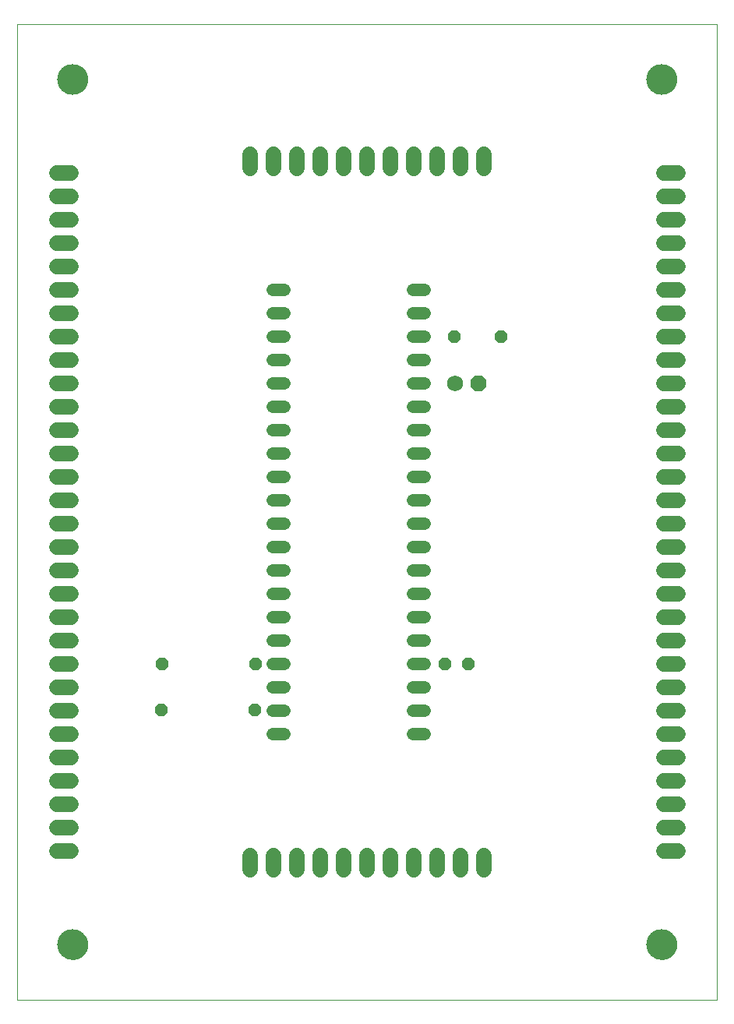
<source format=gbs>
G75*
%MOIN*%
%OFA0B0*%
%FSLAX25Y25*%
%IPPOS*%
%LPD*%
%AMOC8*
5,1,8,0,0,1.08239X$1,22.5*
%
%ADD10C,0.00000*%
%ADD11C,0.05300*%
%ADD12OC8,0.05300*%
%ADD13OC8,0.06800*%
%ADD14C,0.06800*%
%ADD15C,0.06500*%
%ADD16C,0.13098*%
D10*
X0032796Y0017048D02*
X0032796Y0434371D01*
X0332009Y0434371D01*
X0332009Y0017048D01*
X0032796Y0017048D01*
X0050119Y0040670D02*
X0050121Y0040828D01*
X0050127Y0040986D01*
X0050137Y0041144D01*
X0050151Y0041302D01*
X0050169Y0041459D01*
X0050190Y0041616D01*
X0050216Y0041772D01*
X0050246Y0041928D01*
X0050279Y0042083D01*
X0050317Y0042236D01*
X0050358Y0042389D01*
X0050403Y0042541D01*
X0050452Y0042692D01*
X0050505Y0042841D01*
X0050561Y0042989D01*
X0050621Y0043135D01*
X0050685Y0043280D01*
X0050753Y0043423D01*
X0050824Y0043565D01*
X0050898Y0043705D01*
X0050976Y0043842D01*
X0051058Y0043978D01*
X0051142Y0044112D01*
X0051231Y0044243D01*
X0051322Y0044372D01*
X0051417Y0044499D01*
X0051514Y0044624D01*
X0051615Y0044746D01*
X0051719Y0044865D01*
X0051826Y0044982D01*
X0051936Y0045096D01*
X0052049Y0045207D01*
X0052164Y0045316D01*
X0052282Y0045421D01*
X0052403Y0045523D01*
X0052526Y0045623D01*
X0052652Y0045719D01*
X0052780Y0045812D01*
X0052910Y0045902D01*
X0053043Y0045988D01*
X0053178Y0046072D01*
X0053314Y0046151D01*
X0053453Y0046228D01*
X0053594Y0046300D01*
X0053736Y0046370D01*
X0053880Y0046435D01*
X0054026Y0046497D01*
X0054173Y0046555D01*
X0054322Y0046610D01*
X0054472Y0046661D01*
X0054623Y0046708D01*
X0054775Y0046751D01*
X0054928Y0046790D01*
X0055083Y0046826D01*
X0055238Y0046857D01*
X0055394Y0046885D01*
X0055550Y0046909D01*
X0055707Y0046929D01*
X0055865Y0046945D01*
X0056022Y0046957D01*
X0056181Y0046965D01*
X0056339Y0046969D01*
X0056497Y0046969D01*
X0056655Y0046965D01*
X0056814Y0046957D01*
X0056971Y0046945D01*
X0057129Y0046929D01*
X0057286Y0046909D01*
X0057442Y0046885D01*
X0057598Y0046857D01*
X0057753Y0046826D01*
X0057908Y0046790D01*
X0058061Y0046751D01*
X0058213Y0046708D01*
X0058364Y0046661D01*
X0058514Y0046610D01*
X0058663Y0046555D01*
X0058810Y0046497D01*
X0058956Y0046435D01*
X0059100Y0046370D01*
X0059242Y0046300D01*
X0059383Y0046228D01*
X0059522Y0046151D01*
X0059658Y0046072D01*
X0059793Y0045988D01*
X0059926Y0045902D01*
X0060056Y0045812D01*
X0060184Y0045719D01*
X0060310Y0045623D01*
X0060433Y0045523D01*
X0060554Y0045421D01*
X0060672Y0045316D01*
X0060787Y0045207D01*
X0060900Y0045096D01*
X0061010Y0044982D01*
X0061117Y0044865D01*
X0061221Y0044746D01*
X0061322Y0044624D01*
X0061419Y0044499D01*
X0061514Y0044372D01*
X0061605Y0044243D01*
X0061694Y0044112D01*
X0061778Y0043978D01*
X0061860Y0043842D01*
X0061938Y0043705D01*
X0062012Y0043565D01*
X0062083Y0043423D01*
X0062151Y0043280D01*
X0062215Y0043135D01*
X0062275Y0042989D01*
X0062331Y0042841D01*
X0062384Y0042692D01*
X0062433Y0042541D01*
X0062478Y0042389D01*
X0062519Y0042236D01*
X0062557Y0042083D01*
X0062590Y0041928D01*
X0062620Y0041772D01*
X0062646Y0041616D01*
X0062667Y0041459D01*
X0062685Y0041302D01*
X0062699Y0041144D01*
X0062709Y0040986D01*
X0062715Y0040828D01*
X0062717Y0040670D01*
X0062715Y0040512D01*
X0062709Y0040354D01*
X0062699Y0040196D01*
X0062685Y0040038D01*
X0062667Y0039881D01*
X0062646Y0039724D01*
X0062620Y0039568D01*
X0062590Y0039412D01*
X0062557Y0039257D01*
X0062519Y0039104D01*
X0062478Y0038951D01*
X0062433Y0038799D01*
X0062384Y0038648D01*
X0062331Y0038499D01*
X0062275Y0038351D01*
X0062215Y0038205D01*
X0062151Y0038060D01*
X0062083Y0037917D01*
X0062012Y0037775D01*
X0061938Y0037635D01*
X0061860Y0037498D01*
X0061778Y0037362D01*
X0061694Y0037228D01*
X0061605Y0037097D01*
X0061514Y0036968D01*
X0061419Y0036841D01*
X0061322Y0036716D01*
X0061221Y0036594D01*
X0061117Y0036475D01*
X0061010Y0036358D01*
X0060900Y0036244D01*
X0060787Y0036133D01*
X0060672Y0036024D01*
X0060554Y0035919D01*
X0060433Y0035817D01*
X0060310Y0035717D01*
X0060184Y0035621D01*
X0060056Y0035528D01*
X0059926Y0035438D01*
X0059793Y0035352D01*
X0059658Y0035268D01*
X0059522Y0035189D01*
X0059383Y0035112D01*
X0059242Y0035040D01*
X0059100Y0034970D01*
X0058956Y0034905D01*
X0058810Y0034843D01*
X0058663Y0034785D01*
X0058514Y0034730D01*
X0058364Y0034679D01*
X0058213Y0034632D01*
X0058061Y0034589D01*
X0057908Y0034550D01*
X0057753Y0034514D01*
X0057598Y0034483D01*
X0057442Y0034455D01*
X0057286Y0034431D01*
X0057129Y0034411D01*
X0056971Y0034395D01*
X0056814Y0034383D01*
X0056655Y0034375D01*
X0056497Y0034371D01*
X0056339Y0034371D01*
X0056181Y0034375D01*
X0056022Y0034383D01*
X0055865Y0034395D01*
X0055707Y0034411D01*
X0055550Y0034431D01*
X0055394Y0034455D01*
X0055238Y0034483D01*
X0055083Y0034514D01*
X0054928Y0034550D01*
X0054775Y0034589D01*
X0054623Y0034632D01*
X0054472Y0034679D01*
X0054322Y0034730D01*
X0054173Y0034785D01*
X0054026Y0034843D01*
X0053880Y0034905D01*
X0053736Y0034970D01*
X0053594Y0035040D01*
X0053453Y0035112D01*
X0053314Y0035189D01*
X0053178Y0035268D01*
X0053043Y0035352D01*
X0052910Y0035438D01*
X0052780Y0035528D01*
X0052652Y0035621D01*
X0052526Y0035717D01*
X0052403Y0035817D01*
X0052282Y0035919D01*
X0052164Y0036024D01*
X0052049Y0036133D01*
X0051936Y0036244D01*
X0051826Y0036358D01*
X0051719Y0036475D01*
X0051615Y0036594D01*
X0051514Y0036716D01*
X0051417Y0036841D01*
X0051322Y0036968D01*
X0051231Y0037097D01*
X0051142Y0037228D01*
X0051058Y0037362D01*
X0050976Y0037498D01*
X0050898Y0037635D01*
X0050824Y0037775D01*
X0050753Y0037917D01*
X0050685Y0038060D01*
X0050621Y0038205D01*
X0050561Y0038351D01*
X0050505Y0038499D01*
X0050452Y0038648D01*
X0050403Y0038799D01*
X0050358Y0038951D01*
X0050317Y0039104D01*
X0050279Y0039257D01*
X0050246Y0039412D01*
X0050216Y0039568D01*
X0050190Y0039724D01*
X0050169Y0039881D01*
X0050151Y0040038D01*
X0050137Y0040196D01*
X0050127Y0040354D01*
X0050121Y0040512D01*
X0050119Y0040670D01*
X0302088Y0040670D02*
X0302090Y0040828D01*
X0302096Y0040986D01*
X0302106Y0041144D01*
X0302120Y0041302D01*
X0302138Y0041459D01*
X0302159Y0041616D01*
X0302185Y0041772D01*
X0302215Y0041928D01*
X0302248Y0042083D01*
X0302286Y0042236D01*
X0302327Y0042389D01*
X0302372Y0042541D01*
X0302421Y0042692D01*
X0302474Y0042841D01*
X0302530Y0042989D01*
X0302590Y0043135D01*
X0302654Y0043280D01*
X0302722Y0043423D01*
X0302793Y0043565D01*
X0302867Y0043705D01*
X0302945Y0043842D01*
X0303027Y0043978D01*
X0303111Y0044112D01*
X0303200Y0044243D01*
X0303291Y0044372D01*
X0303386Y0044499D01*
X0303483Y0044624D01*
X0303584Y0044746D01*
X0303688Y0044865D01*
X0303795Y0044982D01*
X0303905Y0045096D01*
X0304018Y0045207D01*
X0304133Y0045316D01*
X0304251Y0045421D01*
X0304372Y0045523D01*
X0304495Y0045623D01*
X0304621Y0045719D01*
X0304749Y0045812D01*
X0304879Y0045902D01*
X0305012Y0045988D01*
X0305147Y0046072D01*
X0305283Y0046151D01*
X0305422Y0046228D01*
X0305563Y0046300D01*
X0305705Y0046370D01*
X0305849Y0046435D01*
X0305995Y0046497D01*
X0306142Y0046555D01*
X0306291Y0046610D01*
X0306441Y0046661D01*
X0306592Y0046708D01*
X0306744Y0046751D01*
X0306897Y0046790D01*
X0307052Y0046826D01*
X0307207Y0046857D01*
X0307363Y0046885D01*
X0307519Y0046909D01*
X0307676Y0046929D01*
X0307834Y0046945D01*
X0307991Y0046957D01*
X0308150Y0046965D01*
X0308308Y0046969D01*
X0308466Y0046969D01*
X0308624Y0046965D01*
X0308783Y0046957D01*
X0308940Y0046945D01*
X0309098Y0046929D01*
X0309255Y0046909D01*
X0309411Y0046885D01*
X0309567Y0046857D01*
X0309722Y0046826D01*
X0309877Y0046790D01*
X0310030Y0046751D01*
X0310182Y0046708D01*
X0310333Y0046661D01*
X0310483Y0046610D01*
X0310632Y0046555D01*
X0310779Y0046497D01*
X0310925Y0046435D01*
X0311069Y0046370D01*
X0311211Y0046300D01*
X0311352Y0046228D01*
X0311491Y0046151D01*
X0311627Y0046072D01*
X0311762Y0045988D01*
X0311895Y0045902D01*
X0312025Y0045812D01*
X0312153Y0045719D01*
X0312279Y0045623D01*
X0312402Y0045523D01*
X0312523Y0045421D01*
X0312641Y0045316D01*
X0312756Y0045207D01*
X0312869Y0045096D01*
X0312979Y0044982D01*
X0313086Y0044865D01*
X0313190Y0044746D01*
X0313291Y0044624D01*
X0313388Y0044499D01*
X0313483Y0044372D01*
X0313574Y0044243D01*
X0313663Y0044112D01*
X0313747Y0043978D01*
X0313829Y0043842D01*
X0313907Y0043705D01*
X0313981Y0043565D01*
X0314052Y0043423D01*
X0314120Y0043280D01*
X0314184Y0043135D01*
X0314244Y0042989D01*
X0314300Y0042841D01*
X0314353Y0042692D01*
X0314402Y0042541D01*
X0314447Y0042389D01*
X0314488Y0042236D01*
X0314526Y0042083D01*
X0314559Y0041928D01*
X0314589Y0041772D01*
X0314615Y0041616D01*
X0314636Y0041459D01*
X0314654Y0041302D01*
X0314668Y0041144D01*
X0314678Y0040986D01*
X0314684Y0040828D01*
X0314686Y0040670D01*
X0314684Y0040512D01*
X0314678Y0040354D01*
X0314668Y0040196D01*
X0314654Y0040038D01*
X0314636Y0039881D01*
X0314615Y0039724D01*
X0314589Y0039568D01*
X0314559Y0039412D01*
X0314526Y0039257D01*
X0314488Y0039104D01*
X0314447Y0038951D01*
X0314402Y0038799D01*
X0314353Y0038648D01*
X0314300Y0038499D01*
X0314244Y0038351D01*
X0314184Y0038205D01*
X0314120Y0038060D01*
X0314052Y0037917D01*
X0313981Y0037775D01*
X0313907Y0037635D01*
X0313829Y0037498D01*
X0313747Y0037362D01*
X0313663Y0037228D01*
X0313574Y0037097D01*
X0313483Y0036968D01*
X0313388Y0036841D01*
X0313291Y0036716D01*
X0313190Y0036594D01*
X0313086Y0036475D01*
X0312979Y0036358D01*
X0312869Y0036244D01*
X0312756Y0036133D01*
X0312641Y0036024D01*
X0312523Y0035919D01*
X0312402Y0035817D01*
X0312279Y0035717D01*
X0312153Y0035621D01*
X0312025Y0035528D01*
X0311895Y0035438D01*
X0311762Y0035352D01*
X0311627Y0035268D01*
X0311491Y0035189D01*
X0311352Y0035112D01*
X0311211Y0035040D01*
X0311069Y0034970D01*
X0310925Y0034905D01*
X0310779Y0034843D01*
X0310632Y0034785D01*
X0310483Y0034730D01*
X0310333Y0034679D01*
X0310182Y0034632D01*
X0310030Y0034589D01*
X0309877Y0034550D01*
X0309722Y0034514D01*
X0309567Y0034483D01*
X0309411Y0034455D01*
X0309255Y0034431D01*
X0309098Y0034411D01*
X0308940Y0034395D01*
X0308783Y0034383D01*
X0308624Y0034375D01*
X0308466Y0034371D01*
X0308308Y0034371D01*
X0308150Y0034375D01*
X0307991Y0034383D01*
X0307834Y0034395D01*
X0307676Y0034411D01*
X0307519Y0034431D01*
X0307363Y0034455D01*
X0307207Y0034483D01*
X0307052Y0034514D01*
X0306897Y0034550D01*
X0306744Y0034589D01*
X0306592Y0034632D01*
X0306441Y0034679D01*
X0306291Y0034730D01*
X0306142Y0034785D01*
X0305995Y0034843D01*
X0305849Y0034905D01*
X0305705Y0034970D01*
X0305563Y0035040D01*
X0305422Y0035112D01*
X0305283Y0035189D01*
X0305147Y0035268D01*
X0305012Y0035352D01*
X0304879Y0035438D01*
X0304749Y0035528D01*
X0304621Y0035621D01*
X0304495Y0035717D01*
X0304372Y0035817D01*
X0304251Y0035919D01*
X0304133Y0036024D01*
X0304018Y0036133D01*
X0303905Y0036244D01*
X0303795Y0036358D01*
X0303688Y0036475D01*
X0303584Y0036594D01*
X0303483Y0036716D01*
X0303386Y0036841D01*
X0303291Y0036968D01*
X0303200Y0037097D01*
X0303111Y0037228D01*
X0303027Y0037362D01*
X0302945Y0037498D01*
X0302867Y0037635D01*
X0302793Y0037775D01*
X0302722Y0037917D01*
X0302654Y0038060D01*
X0302590Y0038205D01*
X0302530Y0038351D01*
X0302474Y0038499D01*
X0302421Y0038648D01*
X0302372Y0038799D01*
X0302327Y0038951D01*
X0302286Y0039104D01*
X0302248Y0039257D01*
X0302215Y0039412D01*
X0302185Y0039568D01*
X0302159Y0039724D01*
X0302138Y0039881D01*
X0302120Y0040038D01*
X0302106Y0040196D01*
X0302096Y0040354D01*
X0302090Y0040512D01*
X0302088Y0040670D01*
X0302088Y0410749D02*
X0302090Y0410907D01*
X0302096Y0411065D01*
X0302106Y0411223D01*
X0302120Y0411381D01*
X0302138Y0411538D01*
X0302159Y0411695D01*
X0302185Y0411851D01*
X0302215Y0412007D01*
X0302248Y0412162D01*
X0302286Y0412315D01*
X0302327Y0412468D01*
X0302372Y0412620D01*
X0302421Y0412771D01*
X0302474Y0412920D01*
X0302530Y0413068D01*
X0302590Y0413214D01*
X0302654Y0413359D01*
X0302722Y0413502D01*
X0302793Y0413644D01*
X0302867Y0413784D01*
X0302945Y0413921D01*
X0303027Y0414057D01*
X0303111Y0414191D01*
X0303200Y0414322D01*
X0303291Y0414451D01*
X0303386Y0414578D01*
X0303483Y0414703D01*
X0303584Y0414825D01*
X0303688Y0414944D01*
X0303795Y0415061D01*
X0303905Y0415175D01*
X0304018Y0415286D01*
X0304133Y0415395D01*
X0304251Y0415500D01*
X0304372Y0415602D01*
X0304495Y0415702D01*
X0304621Y0415798D01*
X0304749Y0415891D01*
X0304879Y0415981D01*
X0305012Y0416067D01*
X0305147Y0416151D01*
X0305283Y0416230D01*
X0305422Y0416307D01*
X0305563Y0416379D01*
X0305705Y0416449D01*
X0305849Y0416514D01*
X0305995Y0416576D01*
X0306142Y0416634D01*
X0306291Y0416689D01*
X0306441Y0416740D01*
X0306592Y0416787D01*
X0306744Y0416830D01*
X0306897Y0416869D01*
X0307052Y0416905D01*
X0307207Y0416936D01*
X0307363Y0416964D01*
X0307519Y0416988D01*
X0307676Y0417008D01*
X0307834Y0417024D01*
X0307991Y0417036D01*
X0308150Y0417044D01*
X0308308Y0417048D01*
X0308466Y0417048D01*
X0308624Y0417044D01*
X0308783Y0417036D01*
X0308940Y0417024D01*
X0309098Y0417008D01*
X0309255Y0416988D01*
X0309411Y0416964D01*
X0309567Y0416936D01*
X0309722Y0416905D01*
X0309877Y0416869D01*
X0310030Y0416830D01*
X0310182Y0416787D01*
X0310333Y0416740D01*
X0310483Y0416689D01*
X0310632Y0416634D01*
X0310779Y0416576D01*
X0310925Y0416514D01*
X0311069Y0416449D01*
X0311211Y0416379D01*
X0311352Y0416307D01*
X0311491Y0416230D01*
X0311627Y0416151D01*
X0311762Y0416067D01*
X0311895Y0415981D01*
X0312025Y0415891D01*
X0312153Y0415798D01*
X0312279Y0415702D01*
X0312402Y0415602D01*
X0312523Y0415500D01*
X0312641Y0415395D01*
X0312756Y0415286D01*
X0312869Y0415175D01*
X0312979Y0415061D01*
X0313086Y0414944D01*
X0313190Y0414825D01*
X0313291Y0414703D01*
X0313388Y0414578D01*
X0313483Y0414451D01*
X0313574Y0414322D01*
X0313663Y0414191D01*
X0313747Y0414057D01*
X0313829Y0413921D01*
X0313907Y0413784D01*
X0313981Y0413644D01*
X0314052Y0413502D01*
X0314120Y0413359D01*
X0314184Y0413214D01*
X0314244Y0413068D01*
X0314300Y0412920D01*
X0314353Y0412771D01*
X0314402Y0412620D01*
X0314447Y0412468D01*
X0314488Y0412315D01*
X0314526Y0412162D01*
X0314559Y0412007D01*
X0314589Y0411851D01*
X0314615Y0411695D01*
X0314636Y0411538D01*
X0314654Y0411381D01*
X0314668Y0411223D01*
X0314678Y0411065D01*
X0314684Y0410907D01*
X0314686Y0410749D01*
X0314684Y0410591D01*
X0314678Y0410433D01*
X0314668Y0410275D01*
X0314654Y0410117D01*
X0314636Y0409960D01*
X0314615Y0409803D01*
X0314589Y0409647D01*
X0314559Y0409491D01*
X0314526Y0409336D01*
X0314488Y0409183D01*
X0314447Y0409030D01*
X0314402Y0408878D01*
X0314353Y0408727D01*
X0314300Y0408578D01*
X0314244Y0408430D01*
X0314184Y0408284D01*
X0314120Y0408139D01*
X0314052Y0407996D01*
X0313981Y0407854D01*
X0313907Y0407714D01*
X0313829Y0407577D01*
X0313747Y0407441D01*
X0313663Y0407307D01*
X0313574Y0407176D01*
X0313483Y0407047D01*
X0313388Y0406920D01*
X0313291Y0406795D01*
X0313190Y0406673D01*
X0313086Y0406554D01*
X0312979Y0406437D01*
X0312869Y0406323D01*
X0312756Y0406212D01*
X0312641Y0406103D01*
X0312523Y0405998D01*
X0312402Y0405896D01*
X0312279Y0405796D01*
X0312153Y0405700D01*
X0312025Y0405607D01*
X0311895Y0405517D01*
X0311762Y0405431D01*
X0311627Y0405347D01*
X0311491Y0405268D01*
X0311352Y0405191D01*
X0311211Y0405119D01*
X0311069Y0405049D01*
X0310925Y0404984D01*
X0310779Y0404922D01*
X0310632Y0404864D01*
X0310483Y0404809D01*
X0310333Y0404758D01*
X0310182Y0404711D01*
X0310030Y0404668D01*
X0309877Y0404629D01*
X0309722Y0404593D01*
X0309567Y0404562D01*
X0309411Y0404534D01*
X0309255Y0404510D01*
X0309098Y0404490D01*
X0308940Y0404474D01*
X0308783Y0404462D01*
X0308624Y0404454D01*
X0308466Y0404450D01*
X0308308Y0404450D01*
X0308150Y0404454D01*
X0307991Y0404462D01*
X0307834Y0404474D01*
X0307676Y0404490D01*
X0307519Y0404510D01*
X0307363Y0404534D01*
X0307207Y0404562D01*
X0307052Y0404593D01*
X0306897Y0404629D01*
X0306744Y0404668D01*
X0306592Y0404711D01*
X0306441Y0404758D01*
X0306291Y0404809D01*
X0306142Y0404864D01*
X0305995Y0404922D01*
X0305849Y0404984D01*
X0305705Y0405049D01*
X0305563Y0405119D01*
X0305422Y0405191D01*
X0305283Y0405268D01*
X0305147Y0405347D01*
X0305012Y0405431D01*
X0304879Y0405517D01*
X0304749Y0405607D01*
X0304621Y0405700D01*
X0304495Y0405796D01*
X0304372Y0405896D01*
X0304251Y0405998D01*
X0304133Y0406103D01*
X0304018Y0406212D01*
X0303905Y0406323D01*
X0303795Y0406437D01*
X0303688Y0406554D01*
X0303584Y0406673D01*
X0303483Y0406795D01*
X0303386Y0406920D01*
X0303291Y0407047D01*
X0303200Y0407176D01*
X0303111Y0407307D01*
X0303027Y0407441D01*
X0302945Y0407577D01*
X0302867Y0407714D01*
X0302793Y0407854D01*
X0302722Y0407996D01*
X0302654Y0408139D01*
X0302590Y0408284D01*
X0302530Y0408430D01*
X0302474Y0408578D01*
X0302421Y0408727D01*
X0302372Y0408878D01*
X0302327Y0409030D01*
X0302286Y0409183D01*
X0302248Y0409336D01*
X0302215Y0409491D01*
X0302185Y0409647D01*
X0302159Y0409803D01*
X0302138Y0409960D01*
X0302120Y0410117D01*
X0302106Y0410275D01*
X0302096Y0410433D01*
X0302090Y0410591D01*
X0302088Y0410749D01*
X0050119Y0410749D02*
X0050121Y0410907D01*
X0050127Y0411065D01*
X0050137Y0411223D01*
X0050151Y0411381D01*
X0050169Y0411538D01*
X0050190Y0411695D01*
X0050216Y0411851D01*
X0050246Y0412007D01*
X0050279Y0412162D01*
X0050317Y0412315D01*
X0050358Y0412468D01*
X0050403Y0412620D01*
X0050452Y0412771D01*
X0050505Y0412920D01*
X0050561Y0413068D01*
X0050621Y0413214D01*
X0050685Y0413359D01*
X0050753Y0413502D01*
X0050824Y0413644D01*
X0050898Y0413784D01*
X0050976Y0413921D01*
X0051058Y0414057D01*
X0051142Y0414191D01*
X0051231Y0414322D01*
X0051322Y0414451D01*
X0051417Y0414578D01*
X0051514Y0414703D01*
X0051615Y0414825D01*
X0051719Y0414944D01*
X0051826Y0415061D01*
X0051936Y0415175D01*
X0052049Y0415286D01*
X0052164Y0415395D01*
X0052282Y0415500D01*
X0052403Y0415602D01*
X0052526Y0415702D01*
X0052652Y0415798D01*
X0052780Y0415891D01*
X0052910Y0415981D01*
X0053043Y0416067D01*
X0053178Y0416151D01*
X0053314Y0416230D01*
X0053453Y0416307D01*
X0053594Y0416379D01*
X0053736Y0416449D01*
X0053880Y0416514D01*
X0054026Y0416576D01*
X0054173Y0416634D01*
X0054322Y0416689D01*
X0054472Y0416740D01*
X0054623Y0416787D01*
X0054775Y0416830D01*
X0054928Y0416869D01*
X0055083Y0416905D01*
X0055238Y0416936D01*
X0055394Y0416964D01*
X0055550Y0416988D01*
X0055707Y0417008D01*
X0055865Y0417024D01*
X0056022Y0417036D01*
X0056181Y0417044D01*
X0056339Y0417048D01*
X0056497Y0417048D01*
X0056655Y0417044D01*
X0056814Y0417036D01*
X0056971Y0417024D01*
X0057129Y0417008D01*
X0057286Y0416988D01*
X0057442Y0416964D01*
X0057598Y0416936D01*
X0057753Y0416905D01*
X0057908Y0416869D01*
X0058061Y0416830D01*
X0058213Y0416787D01*
X0058364Y0416740D01*
X0058514Y0416689D01*
X0058663Y0416634D01*
X0058810Y0416576D01*
X0058956Y0416514D01*
X0059100Y0416449D01*
X0059242Y0416379D01*
X0059383Y0416307D01*
X0059522Y0416230D01*
X0059658Y0416151D01*
X0059793Y0416067D01*
X0059926Y0415981D01*
X0060056Y0415891D01*
X0060184Y0415798D01*
X0060310Y0415702D01*
X0060433Y0415602D01*
X0060554Y0415500D01*
X0060672Y0415395D01*
X0060787Y0415286D01*
X0060900Y0415175D01*
X0061010Y0415061D01*
X0061117Y0414944D01*
X0061221Y0414825D01*
X0061322Y0414703D01*
X0061419Y0414578D01*
X0061514Y0414451D01*
X0061605Y0414322D01*
X0061694Y0414191D01*
X0061778Y0414057D01*
X0061860Y0413921D01*
X0061938Y0413784D01*
X0062012Y0413644D01*
X0062083Y0413502D01*
X0062151Y0413359D01*
X0062215Y0413214D01*
X0062275Y0413068D01*
X0062331Y0412920D01*
X0062384Y0412771D01*
X0062433Y0412620D01*
X0062478Y0412468D01*
X0062519Y0412315D01*
X0062557Y0412162D01*
X0062590Y0412007D01*
X0062620Y0411851D01*
X0062646Y0411695D01*
X0062667Y0411538D01*
X0062685Y0411381D01*
X0062699Y0411223D01*
X0062709Y0411065D01*
X0062715Y0410907D01*
X0062717Y0410749D01*
X0062715Y0410591D01*
X0062709Y0410433D01*
X0062699Y0410275D01*
X0062685Y0410117D01*
X0062667Y0409960D01*
X0062646Y0409803D01*
X0062620Y0409647D01*
X0062590Y0409491D01*
X0062557Y0409336D01*
X0062519Y0409183D01*
X0062478Y0409030D01*
X0062433Y0408878D01*
X0062384Y0408727D01*
X0062331Y0408578D01*
X0062275Y0408430D01*
X0062215Y0408284D01*
X0062151Y0408139D01*
X0062083Y0407996D01*
X0062012Y0407854D01*
X0061938Y0407714D01*
X0061860Y0407577D01*
X0061778Y0407441D01*
X0061694Y0407307D01*
X0061605Y0407176D01*
X0061514Y0407047D01*
X0061419Y0406920D01*
X0061322Y0406795D01*
X0061221Y0406673D01*
X0061117Y0406554D01*
X0061010Y0406437D01*
X0060900Y0406323D01*
X0060787Y0406212D01*
X0060672Y0406103D01*
X0060554Y0405998D01*
X0060433Y0405896D01*
X0060310Y0405796D01*
X0060184Y0405700D01*
X0060056Y0405607D01*
X0059926Y0405517D01*
X0059793Y0405431D01*
X0059658Y0405347D01*
X0059522Y0405268D01*
X0059383Y0405191D01*
X0059242Y0405119D01*
X0059100Y0405049D01*
X0058956Y0404984D01*
X0058810Y0404922D01*
X0058663Y0404864D01*
X0058514Y0404809D01*
X0058364Y0404758D01*
X0058213Y0404711D01*
X0058061Y0404668D01*
X0057908Y0404629D01*
X0057753Y0404593D01*
X0057598Y0404562D01*
X0057442Y0404534D01*
X0057286Y0404510D01*
X0057129Y0404490D01*
X0056971Y0404474D01*
X0056814Y0404462D01*
X0056655Y0404454D01*
X0056497Y0404450D01*
X0056339Y0404450D01*
X0056181Y0404454D01*
X0056022Y0404462D01*
X0055865Y0404474D01*
X0055707Y0404490D01*
X0055550Y0404510D01*
X0055394Y0404534D01*
X0055238Y0404562D01*
X0055083Y0404593D01*
X0054928Y0404629D01*
X0054775Y0404668D01*
X0054623Y0404711D01*
X0054472Y0404758D01*
X0054322Y0404809D01*
X0054173Y0404864D01*
X0054026Y0404922D01*
X0053880Y0404984D01*
X0053736Y0405049D01*
X0053594Y0405119D01*
X0053453Y0405191D01*
X0053314Y0405268D01*
X0053178Y0405347D01*
X0053043Y0405431D01*
X0052910Y0405517D01*
X0052780Y0405607D01*
X0052652Y0405700D01*
X0052526Y0405796D01*
X0052403Y0405896D01*
X0052282Y0405998D01*
X0052164Y0406103D01*
X0052049Y0406212D01*
X0051936Y0406323D01*
X0051826Y0406437D01*
X0051719Y0406554D01*
X0051615Y0406673D01*
X0051514Y0406795D01*
X0051417Y0406920D01*
X0051322Y0407047D01*
X0051231Y0407176D01*
X0051142Y0407307D01*
X0051058Y0407441D01*
X0050976Y0407577D01*
X0050898Y0407714D01*
X0050824Y0407854D01*
X0050753Y0407996D01*
X0050685Y0408139D01*
X0050621Y0408284D01*
X0050561Y0408430D01*
X0050505Y0408578D01*
X0050452Y0408727D01*
X0050403Y0408878D01*
X0050358Y0409030D01*
X0050317Y0409183D01*
X0050279Y0409336D01*
X0050246Y0409491D01*
X0050216Y0409647D01*
X0050190Y0409803D01*
X0050169Y0409960D01*
X0050151Y0410117D01*
X0050137Y0410275D01*
X0050127Y0410433D01*
X0050121Y0410591D01*
X0050119Y0410749D01*
D11*
X0142128Y0320709D02*
X0146928Y0320709D01*
X0146928Y0310709D02*
X0142128Y0310709D01*
X0142128Y0300709D02*
X0146928Y0300709D01*
X0146928Y0290709D02*
X0142128Y0290709D01*
X0142128Y0280709D02*
X0146928Y0280709D01*
X0146928Y0270709D02*
X0142128Y0270709D01*
X0142128Y0260709D02*
X0146928Y0260709D01*
X0146928Y0250709D02*
X0142128Y0250709D01*
X0142128Y0240709D02*
X0146928Y0240709D01*
X0146928Y0230709D02*
X0142128Y0230709D01*
X0142128Y0220709D02*
X0146928Y0220709D01*
X0146928Y0210709D02*
X0142128Y0210709D01*
X0142128Y0200709D02*
X0146928Y0200709D01*
X0146928Y0190709D02*
X0142128Y0190709D01*
X0142128Y0180709D02*
X0146928Y0180709D01*
X0146928Y0170709D02*
X0142128Y0170709D01*
X0142128Y0160709D02*
X0146928Y0160709D01*
X0146928Y0150709D02*
X0142128Y0150709D01*
X0142128Y0140709D02*
X0146928Y0140709D01*
X0146928Y0130709D02*
X0142128Y0130709D01*
X0202128Y0130709D02*
X0206928Y0130709D01*
X0206928Y0140709D02*
X0202128Y0140709D01*
X0202128Y0150709D02*
X0206928Y0150709D01*
X0206928Y0160709D02*
X0202128Y0160709D01*
X0202128Y0170709D02*
X0206928Y0170709D01*
X0206928Y0180709D02*
X0202128Y0180709D01*
X0202128Y0190709D02*
X0206928Y0190709D01*
X0206928Y0200709D02*
X0202128Y0200709D01*
X0202128Y0210709D02*
X0206928Y0210709D01*
X0206928Y0220709D02*
X0202128Y0220709D01*
X0202128Y0230709D02*
X0206928Y0230709D01*
X0206928Y0240709D02*
X0202128Y0240709D01*
X0202128Y0250709D02*
X0206928Y0250709D01*
X0206928Y0260709D02*
X0202128Y0260709D01*
X0202128Y0270709D02*
X0206928Y0270709D01*
X0206928Y0280709D02*
X0202128Y0280709D01*
X0202128Y0290709D02*
X0206928Y0290709D01*
X0206928Y0300709D02*
X0202128Y0300709D01*
X0202128Y0310709D02*
X0206928Y0310709D01*
X0206928Y0320709D02*
X0202128Y0320709D01*
D12*
X0219733Y0300765D03*
X0239733Y0300765D03*
X0225591Y0160761D03*
X0215591Y0160761D03*
X0134639Y0160485D03*
X0134477Y0140954D03*
X0094477Y0140954D03*
X0094639Y0160485D03*
D13*
X0229902Y0280646D03*
D14*
X0219902Y0280646D03*
D15*
X0222402Y0372709D02*
X0222402Y0378709D01*
X0212402Y0378709D02*
X0212402Y0372709D01*
X0202402Y0372709D02*
X0202402Y0378709D01*
X0192402Y0378709D02*
X0192402Y0372709D01*
X0182402Y0372709D02*
X0182402Y0378709D01*
X0172402Y0378709D02*
X0172402Y0372709D01*
X0162402Y0372709D02*
X0162402Y0378709D01*
X0152402Y0378709D02*
X0152402Y0372709D01*
X0142402Y0372709D02*
X0142402Y0378709D01*
X0132402Y0378709D02*
X0132402Y0372709D01*
X0055481Y0370709D02*
X0049481Y0370709D01*
X0049481Y0360709D02*
X0055481Y0360709D01*
X0055481Y0350709D02*
X0049481Y0350709D01*
X0049481Y0340709D02*
X0055481Y0340709D01*
X0055481Y0330709D02*
X0049481Y0330709D01*
X0049481Y0320709D02*
X0055481Y0320709D01*
X0055481Y0310709D02*
X0049481Y0310709D01*
X0049481Y0300709D02*
X0055481Y0300709D01*
X0055481Y0290709D02*
X0049481Y0290709D01*
X0049481Y0280709D02*
X0055481Y0280709D01*
X0055481Y0270709D02*
X0049481Y0270709D01*
X0049481Y0260709D02*
X0055481Y0260709D01*
X0055481Y0250709D02*
X0049481Y0250709D01*
X0049481Y0240709D02*
X0055481Y0240709D01*
X0055481Y0230709D02*
X0049481Y0230709D01*
X0049481Y0220709D02*
X0055481Y0220709D01*
X0055481Y0210709D02*
X0049481Y0210709D01*
X0049481Y0200709D02*
X0055481Y0200709D01*
X0055481Y0190709D02*
X0049481Y0190709D01*
X0049481Y0180709D02*
X0055481Y0180709D01*
X0055481Y0170709D02*
X0049481Y0170709D01*
X0049481Y0160709D02*
X0055481Y0160709D01*
X0055481Y0150709D02*
X0049481Y0150709D01*
X0049481Y0140709D02*
X0055481Y0140709D01*
X0055481Y0130709D02*
X0049481Y0130709D01*
X0049481Y0120709D02*
X0055481Y0120709D01*
X0055481Y0110709D02*
X0049481Y0110709D01*
X0049481Y0100709D02*
X0055481Y0100709D01*
X0055481Y0090709D02*
X0049481Y0090709D01*
X0049481Y0080709D02*
X0055481Y0080709D01*
X0132402Y0078709D02*
X0132402Y0072709D01*
X0142402Y0072709D02*
X0142402Y0078709D01*
X0152402Y0078709D02*
X0152402Y0072709D01*
X0162402Y0072709D02*
X0162402Y0078709D01*
X0172402Y0078709D02*
X0172402Y0072709D01*
X0182402Y0072709D02*
X0182402Y0078709D01*
X0192402Y0078709D02*
X0192402Y0072709D01*
X0202402Y0072709D02*
X0202402Y0078709D01*
X0212402Y0078709D02*
X0212402Y0072709D01*
X0222402Y0072709D02*
X0222402Y0078709D01*
X0232402Y0078709D02*
X0232402Y0072709D01*
X0309324Y0080709D02*
X0315324Y0080709D01*
X0315324Y0090709D02*
X0309324Y0090709D01*
X0309324Y0100709D02*
X0315324Y0100709D01*
X0315324Y0110709D02*
X0309324Y0110709D01*
X0309324Y0120709D02*
X0315324Y0120709D01*
X0315324Y0130709D02*
X0309324Y0130709D01*
X0309324Y0140709D02*
X0315324Y0140709D01*
X0315324Y0150709D02*
X0309324Y0150709D01*
X0309324Y0160709D02*
X0315324Y0160709D01*
X0315324Y0170709D02*
X0309324Y0170709D01*
X0309324Y0180709D02*
X0315324Y0180709D01*
X0315324Y0190709D02*
X0309324Y0190709D01*
X0309324Y0200709D02*
X0315324Y0200709D01*
X0315324Y0210709D02*
X0309324Y0210709D01*
X0309324Y0220709D02*
X0315324Y0220709D01*
X0315324Y0230709D02*
X0309324Y0230709D01*
X0309324Y0240709D02*
X0315324Y0240709D01*
X0315324Y0250709D02*
X0309324Y0250709D01*
X0309324Y0260709D02*
X0315324Y0260709D01*
X0315324Y0270709D02*
X0309324Y0270709D01*
X0309324Y0280709D02*
X0315324Y0280709D01*
X0315324Y0290709D02*
X0309324Y0290709D01*
X0309324Y0300709D02*
X0315324Y0300709D01*
X0315324Y0310709D02*
X0309324Y0310709D01*
X0309324Y0320709D02*
X0315324Y0320709D01*
X0315324Y0330709D02*
X0309324Y0330709D01*
X0309324Y0340709D02*
X0315324Y0340709D01*
X0315324Y0350709D02*
X0309324Y0350709D01*
X0309324Y0360709D02*
X0315324Y0360709D01*
X0315324Y0370709D02*
X0309324Y0370709D01*
X0232402Y0372709D02*
X0232402Y0378709D01*
D16*
X0308387Y0410749D03*
X0056418Y0410749D03*
X0056418Y0040670D03*
X0308387Y0040670D03*
M02*

</source>
